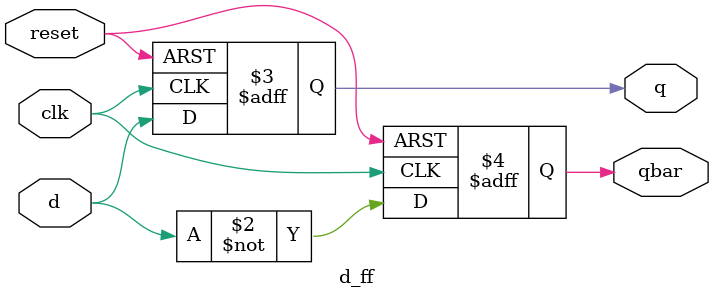
<source format=v>
module d_ff(
    input clk, d, reset,
    output reg q, qbar
);

always @(posedge clk or posedge reset) begin   //Asynchronous active high reset
    if(reset) begin
        q <= 1'b0;
        qbar <= 1'b1;
    end
    else begin
        q <= d;
        qbar <= ~d;
    end
end
endmodule
</source>
